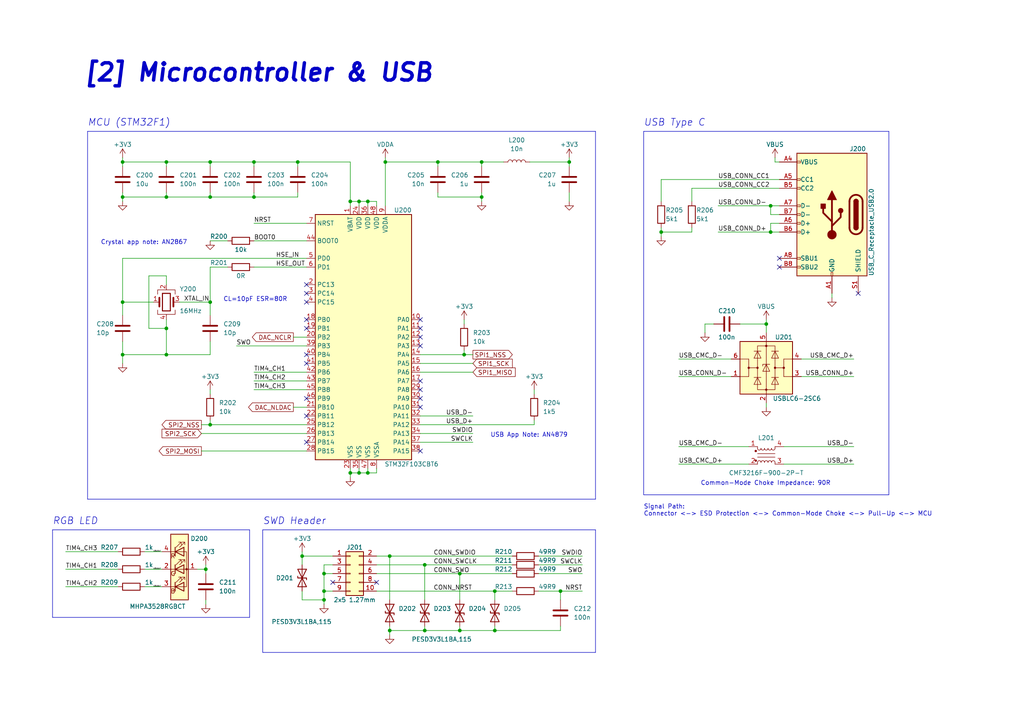
<source format=kicad_sch>
(kicad_sch (version 20250114) (generator "eeschema") (generator_version "9.0")
  (paper "A4")
  (title_block (title "Mixed-Signal Demo PCB") (date "2021-12-24") (rev "0.1"))
  (lib_symbols
    (symbol "Connector:USB_C_Receptacle_USB2.0" (pin_names (offset 1.016))
      (property "Reference" "J" (at -10.16 19.05 0))
      (property "Value" "USB_C_Receptacle_USB2.0" (at 19.05 19.05 0))
      (symbol "USB_C_Receptacle_USB2.0_1_1"
        (pin passive line (at -7.62 -22.86 90) (length 5.08) (name "SHIELD") (number "S1"))
        (pin passive line (at 0 -22.86 90) (length 5.08) (name "GND") (number "A1"))
        (pin passive line (at 0 -22.86 90) (length 5.08) (hide yes) (name "GND") (number "A12"))
        (pin passive line (at 0 -22.86 90) (length 5.08) (hide yes) (name "GND") (number "B1"))
        (pin passive line (at 0 -22.86 90) (length 5.08) (hide yes) (name "GND") (number "B12"))
        (pin passive line (at 15.24 15.24 180) (length 5.08) (name "VBUS") (number "A4"))
        (pin passive line (at 15.24 15.24 180) (length 5.08) (hide yes) (name "VBUS") (number "A9"))
        (pin passive line (at 15.24 15.24 180) (length 5.08) (hide yes) (name "VBUS") (number "B4"))
        (pin passive line (at 15.24 15.24 180) (length 5.08) (hide yes) (name "VBUS") (number "B9"))
        (pin bidirectional line (at 15.24 10.16 180) (length 5.08) (name "CC1") (number "A5"))
        (pin bidirectional line (at 15.24 7.62 180) (length 5.08) (name "CC2") (number "B5"))
        (pin bidirectional line (at 15.24 2.54 180) (length 5.08) (name "D-") (number "A7"))
        (pin bidirectional line (at 15.24 0 180) (length 5.08) (name "D-") (number "B7"))
        (pin bidirectional line (at 15.24 -2.54 180) (length 5.08) (name "D+") (number "A6"))
        (pin bidirectional line (at 15.24 -5.08 180) (length 5.08) (name "D+") (number "B6"))
        (pin bidirectional line (at 15.24 -12.7 180) (length 5.08) (name "SBU1") (number "A8"))
        (pin bidirectional line (at 15.24 -15.24 180) (length 5.08) (name "SBU2") (number "B8"))
      )
    )
    (symbol "Device:C" (pin_numbers (hide yes)) (pin_names (offset 0.254))
      (property "Reference" "C" (at 0.635 2.54 0))
      (property "Value" "C" (at 0.635 -2.54 0))
      (symbol "C_1_1"
        (pin passive line (at 0 3.81 270) (length 2.794) (name "~") (number "1"))
        (pin passive line (at 0 -3.81 90) (length 2.794) (name "~") (number "2"))
      )
    )
    (symbol "Device:Crystal_GND24" (pin_names (offset 1.016) (hide yes))
      (property "Reference" "Y" (at 3.175 5.08 0))
      (property "Value" "Crystal_GND24" (at 3.175 3.175 0))
      (symbol "Crystal_GND24_1_1"
        (pin passive line (at -3.81 0 0) (length 1.27) (name "1") (number "1"))
        (pin passive line (at 0 5.08 270) (length 1.27) (name "2") (number "2"))
        (pin passive line (at 0 -5.08 90) (length 1.27) (name "4") (number "4"))
        (pin passive line (at 3.81 0 180) (length 1.27) (name "3") (number "3"))
      )
    )
    (symbol "Device:D_TVS" (pin_numbers (hide yes)) (pin_names (offset 1.016) (hide yes))
      (property "Reference" "D" (at 0 2.54 0))
      (property "Value" "D_TVS" (at 0 -2.54 0))
      (symbol "D_TVS_1_1"
        (pin passive line (at -3.81 0 0) (length 2.54) (name "A1") (number "1"))
        (pin passive line (at 3.81 0 180) (length 2.54) (name "A2") (number "2"))
      )
    )
    (symbol "Device:EMI_Filter_LL_1423" (pin_names (hide yes))
      (property "Reference" "FL" (at 0 4.445 0))
      (property "Value" "Device_EMI_Filter_LL_1423" (at 0 -4.445 0))
      (symbol "EMI_Filter_LL_1423_1_1"
        (pin passive line (at -5.08 2.54 0) (length 2.54) (name "2") (number "2"))
        (pin passive line (at -5.08 -2.54 0) (length 2.54) (name "1") (number "1"))
        (pin passive line (at 5.08 2.54 180) (length 2.54) (name "3") (number "3"))
        (pin passive line (at 5.08 -2.54 180) (length 2.54) (name "4") (number "4"))
      )
    )
    (symbol "Device:L" (pin_numbers (hide yes)) (pin_names (offset 1.016) (hide yes))
      (property "Reference" "L" (at -1.27 0 90))
      (property "Value" "L" (at 1.905 0 90))
      (symbol "L_1_1"
        (pin passive line (at 0 3.81 270) (length 1.27) (name "1") (number "1"))
        (pin passive line (at 0 -3.81 90) (length 1.27) (name "2") (number "2"))
      )
    )
    (symbol "Device:R" (pin_numbers (hide yes)) (pin_names (offset 0))
      (property "Reference" "R" (at 2.032 0 90))
      (property "Value" "R" (at 0 0 90))
      (symbol "R_1_1"
        (pin passive line (at 0 3.81 270) (length 1.27) (name "~") (number "1"))
        (pin passive line (at 0 -3.81 90) (length 1.27) (name "~") (number "2"))
      )
    )
    (symbol "LED:ASMB-MTB1-0A3A2" (pin_names (offset 0) (hide yes))
      (property "Reference" "D200" (at 5.715 8.89 0))
      (property "Value" "MHPA3528RGBCT" (at -6.35 -10.795 0))
      (symbol "ASMB-MTB1-0A3A2_0_0"
        (text "R" (at -1.905 3.81 0) (effects (font (size 1.27 1.27))))
        (text "G" (at -1.905 -1.27 0) (effects (font (size 1.27 1.27))))
        (text "B" (at -1.905 -6.35 0) (effects (font (size 1.27 1.27))))
      )
      (symbol "ASMB-MTB1-0A3A2_1_1"
        (pin passive line (at -5.08 5.08 0) (length 2.54) (name "RK") (number "4"))
        (pin passive line (at -5.08 0 0) (length 2.54) (name "GK") (number "2"))
        (pin passive line (at -5.08 -5.08 0) (length 2.54) (name "BK") (number "3"))
        (pin passive line (at 5.08 0 180) (length 2.54) (name "A") (number "1"))
      )
    )
    (symbol "MCU_ST_STM32F1:STM32F103CBTx"
      (property "Reference" "U" (at -15.24 36.83 0))
      (property "Value" "STM32F103CBTx" (at 7.62 36.83 0))
      (symbol "STM32F103CBTx_1_1"
        (pin input line (at -17.78 33.02 0) (length 2.54) (name "NRST") (number "7"))
        (pin input line (at -17.78 27.94 0) (length 2.54) (name "BOOT0") (number "44"))
        (pin input line (at -17.78 22.86 0) (length 2.54) (name "PD0") (number "5"))
        (pin input line (at -17.78 20.32 0) (length 2.54) (name "PD1") (number "6"))
        (pin bidirectional line (at -17.78 15.24 0) (length 2.54) (name "PC13") (number "2"))
        (pin bidirectional line (at -17.78 12.7 0) (length 2.54) (name "PC14") (number "3"))
        (pin bidirectional line (at -17.78 10.16 0) (length 2.54) (name "PC15") (number "4"))
        (pin bidirectional line (at -17.78 5.08 0) (length 2.54) (name "PB0") (number "18"))
        (pin bidirectional line (at -17.78 2.54 0) (length 2.54) (name "PB1") (number "19"))
        (pin bidirectional line (at -17.78 0 0) (length 2.54) (name "PB2") (number "20"))
        (pin bidirectional line (at -17.78 -2.54 0) (length 2.54) (name "PB3") (number "39"))
        (pin bidirectional line (at -17.78 -5.08 0) (length 2.54) (name "PB4") (number "40"))
        (pin bidirectional line (at -17.78 -7.62 0) (length 2.54) (name "PB5") (number "41"))
        (pin bidirectional line (at -17.78 -10.16 0) (length 2.54) (name "PB6") (number "42"))
        (pin bidirectional line (at -17.78 -12.7 0) (length 2.54) (name "PB7") (number "43"))
        (pin bidirectional line (at -17.78 -15.24 0) (length 2.54) (name "PB8") (number "45"))
        (pin bidirectional line (at -17.78 -17.78 0) (length 2.54) (name "PB9") (number "46"))
        (pin bidirectional line (at -17.78 -20.32 0) (length 2.54) (name "PB10") (number "21"))
        (pin bidirectional line (at -17.78 -22.86 0) (length 2.54) (name "PB11") (number "22"))
        (pin bidirectional line (at -17.78 -25.4 0) (length 2.54) (name "PB12") (number "25"))
        (pin bidirectional line (at -17.78 -27.94 0) (length 2.54) (name "PB13") (number "26"))
        (pin bidirectional line (at -17.78 -30.48 0) (length 2.54) (name "PB14") (number "27"))
        (pin bidirectional line (at -17.78 -33.02 0) (length 2.54) (name "PB15") (number "28"))
        (pin power_in line (at -5.08 38.1 270) (length 2.54) (name "VBAT") (number "1"))
        (pin power_in line (at -5.08 -38.1 90) (length 2.54) (name "VSS") (number "23"))
        (pin power_in line (at -2.54 38.1 270) (length 2.54) (name "VDD") (number "24"))
        (pin power_in line (at -2.54 -38.1 90) (length 2.54) (name "VSS") (number "35"))
        (pin power_in line (at 0 38.1 270) (length 2.54) (name "VDD") (number "36"))
        (pin power_in line (at 0 -38.1 90) (length 2.54) (name "VSS") (number "47"))
        (pin power_in line (at 2.54 38.1 270) (length 2.54) (name "VDD") (number "48"))
        (pin power_in line (at 2.54 -38.1 90) (length 2.54) (name "VSSA") (number "8"))
        (pin power_in line (at 5.08 38.1 270) (length 2.54) (name "VDDA") (number "9"))
        (pin bidirectional line (at 15.24 5.08 180) (length 2.54) (name "PA0") (number "10"))
        (pin bidirectional line (at 15.24 2.54 180) (length 2.54) (name "PA1") (number "11"))
        (pin bidirectional line (at 15.24 0 180) (length 2.54) (name "PA2") (number "12"))
        (pin bidirectional line (at 15.24 -2.54 180) (length 2.54) (name "PA3") (number "13"))
        (pin bidirectional line (at 15.24 -5.08 180) (length 2.54) (name "PA4") (number "14"))
        (pin bidirectional line (at 15.24 -7.62 180) (length 2.54) (name "PA5") (number "15"))
        (pin bidirectional line (at 15.24 -10.16 180) (length 2.54) (name "PA6") (number "16"))
        (pin bidirectional line (at 15.24 -12.7 180) (length 2.54) (name "PA7") (number "17"))
        (pin bidirectional line (at 15.24 -15.24 180) (length 2.54) (name "PA8") (number "29"))
        (pin bidirectional line (at 15.24 -17.78 180) (length 2.54) (name "PA9") (number "30"))
        (pin bidirectional line (at 15.24 -20.32 180) (length 2.54) (name "PA10") (number "31"))
        (pin bidirectional line (at 15.24 -22.86 180) (length 2.54) (name "PA11") (number "32"))
        (pin bidirectional line (at 15.24 -25.4 180) (length 2.54) (name "PA12") (number "33"))
        (pin bidirectional line (at 15.24 -27.94 180) (length 2.54) (name "PA13") (number "34"))
        (pin bidirectional line (at 15.24 -30.48 180) (length 2.54) (name "PA14") (number "37"))
        (pin bidirectional line (at 15.24 -33.02 180) (length 2.54) (name "PA15") (number "38"))
      )
    )
    (symbol "Power_Protection:USBLC6-2SC6" (pin_names (hide yes))
      (property "Reference" "U" (at 2.54 8.89 0))
      (property "Value" "USBLC6-2SC6" (at 2.54 -8.89 0))
      (symbol "USBLC6-2SC6_1_1"
        (pin passive line (at -10.16 2.54 0) (length 2.54) (name "I/O1") (number "6"))
        (pin passive line (at -10.16 -2.54 0) (length 2.54) (name "I/O1") (number "1"))
        (pin passive line (at 0 10.16 270) (length 2.54) (name "VBUS") (number "5"))
        (pin passive line (at 0 -10.16 90) (length 2.54) (name "GND") (number "2"))
        (pin passive line (at 10.16 2.54 180) (length 2.54) (name "I/O2") (number "4"))
        (pin passive line (at 10.16 -2.54 180) (length 2.54) (name "I/O2") (number "3"))
      )
    )
    (symbol "SWD_Header_Pins.pretty:SWD_02x05_PinHeader" (pin_names (offset 1.016) (hide yes))
      (property "Reference" "J201" (at 1.27 7.62 0))
      (property "Value" "SWD_02x05_PinHeader" (at 1.27 -7.62 0))
      (symbol "SWD_02x05_PinHeader_1_1"
        (pin passive line (at -5.08 5.08 0) (length 3.81) (name "Vcc") (number "1"))
        (pin passive line (at -5.08 2.54 0) (length 3.81) (name "GND") (number "3"))
        (pin passive line (at -5.08 0 0) (length 3.81) (name "GND") (number "5"))
        (pin passive line (at -5.08 -2.54 0) (length 3.81) (name "KEY") (number "7"))
        (pin passive line (at -5.08 -5.08 0) (length 3.81) (name "GNDDetect") (number "9"))
        (pin passive line (at 7.62 5.08 180) (length 3.81) (name "SWDIO") (number "2"))
        (pin passive line (at 7.62 2.54 180) (length 3.81) (name "SWDCLK") (number "4"))
        (pin passive line (at 7.62 0 180) (length 3.81) (name "SWO") (number "6"))
        (pin passive line (at 7.62 -2.54 180) (length 3.81) (name "NC") (number "8"))
        (pin passive line (at 7.62 -5.08 180) (length 3.81) (name "NRST") (number "10"))
      )
    )
    (symbol "power:+3V3" (power) (pin_names (offset 0))
      (property "Value" "+3V3" (at 0 3.556 0))
      (symbol "+3V3_1_1"
        (pin power_in line (at 0 0 90) (length 0) (hide yes) (name "+3V3") (number "1"))
      )
    )
    (symbol "power:GND" (power) (pin_names (offset 0))
      (property "Value" "GND" (at 0 -3.81 0))
      (symbol "GND_1_1"
        (pin power_in line (at 0 0 270) (length 0) (hide yes) (name "GND") (number "1"))
      )
    )
    (symbol "power:VBUS" (power) (pin_names (offset 0))
      (property "Value" "VBUS" (at 0 3.81 0))
      (symbol "VBUS_1_1"
        (pin power_in line (at 0 0 90) (length 0) (hide yes) (name "VBUS") (number "1"))
      )
    )
    (symbol "power:VDDA" (power) (pin_names (offset 0))
      (property "Value" "VDDA" (at 0 3.81 0))
      (symbol "VDDA_1_1"
        (pin power_in line (at 0 0 90) (length 0) (hide yes) (name "VDDA") (number "1"))
      )
    )
  )
  (text "Signal Path:\nConnector <-> ESD Protection <-> Common-Mode Choke <-> Pull-Up <-> MCU\n" (at 186.69 149.86 0) (effects (font (size 1.27 1.27)) (justify left bottom)))
  (text "RGB LED" (at 15.24 152.4 0) (effects (font (size 2.0066 2.0066) (italic yes)) (justify left bottom)))
  (text "Crystal app note: AN2867" (at 29.21 71.12 0) (effects (font (size 1.27 1.27)) (justify left bottom)))
  (text "SWD Header" (at 76.2 152.4 0) (effects (font (size 2.0066 2.0066) (italic yes)) (justify left bottom)))
  (text "USB App Note: AN4879" (at 142.24 127 0) (effects (font (size 1.27 1.27)) (justify left bottom)))
  (text "Common-Mode Choke Impedance: 90R" (at 203.2 140.97 0) (effects (font (size 1.27 1.27)) (justify left bottom)))
  (text "[2] Microcontroller & USB" (at 24.13 24.13 0) (effects (font (size 5.0038 5.0038) (thickness 1.0008) (bold yes) (italic yes)) (justify left bottom)))
  (text "CL=10pF ESR=80R" (at 64.77 87.63 0) (effects (font (size 1.27 1.27)) (justify left bottom)))
  (text "MCU (STM32F1)" (at 25.4 36.83 0) (effects (font (size 2.0066 2.0066) (italic yes)) (justify left bottom)))
  (text "USB Type C" (at 186.69 36.83 0) (effects (font (size 2.0066 2.0066) (italic yes)) (justify left bottom)))
  (junction (at 48.26 46.99))
  (junction (at 48.26 57.15))
  (junction (at 139.7 46.99))
  (junction (at 139.7 57.15))
  (junction (at 35.56 102.87))
  (junction (at 165.1 46.99))
  (junction (at 133.35 166.37))
  (junction (at 143.51 182.88))
  (junction (at 191.77 67.31))
  (junction (at 123.19 182.88))
  (junction (at 143.51 171.45))
  (junction (at 223.52 67.31))
  (junction (at 93.98 171.45))
  (junction (at 59.69 165.1))
  (junction (at 35.56 87.63))
  (junction (at 48.26 95.25))
  (junction (at 101.6 58.42))
  (junction (at 87.63 161.29))
  (junction (at 104.14 58.42))
  (junction (at 86.36 46.99))
  (junction (at 60.96 87.63))
  (junction (at 60.96 46.99))
  (junction (at 35.56 46.99))
  (junction (at 222.25 93.98))
  (junction (at 35.56 57.15))
  (junction (at 127 46.99))
  (junction (at 123.19 163.83))
  (junction (at 48.26 102.87))
  (junction (at 73.66 46.99))
  (junction (at 223.52 59.69))
  (junction (at 73.66 57.15))
  (junction (at 113.03 182.88))
  (junction (at 111.76 46.99))
  (junction (at 104.14 137.16))
  (junction (at 133.35 182.88))
  (junction (at 60.96 123.19))
  (junction (at 101.6 137.16))
  (junction (at 162.56 171.45))
  (junction (at 106.68 137.16))
  (junction (at 134.62 102.87))
  (junction (at 113.03 161.29))
  (junction (at 106.68 58.42))
  (junction (at 93.98 173.99))
  (junction (at 60.96 57.15))
  (junction (at 93.98 166.37))
  (no_connect (at 88.9 95.25))
  (no_connect (at 88.9 92.71))
  (no_connect (at 109.22 168.91))
  (no_connect (at 248.92 85.09))
  (no_connect (at 121.92 115.57))
  (no_connect (at 88.9 82.55))
  (no_connect (at 121.92 118.11))
  (no_connect (at 121.92 97.79))
  (no_connect (at 121.92 130.81))
  (no_connect (at 121.92 113.03))
  (no_connect (at 88.9 120.65))
  (no_connect (at 121.92 92.71))
  (no_connect (at 226.06 77.47))
  (no_connect (at 88.9 102.87))
  (no_connect (at 121.92 100.33))
  (no_connect (at 88.9 105.41))
  (no_connect (at 121.92 110.49))
  (no_connect (at 121.92 95.25))
  (no_connect (at 88.9 128.27))
  (no_connect (at 88.9 85.09))
  (no_connect (at 96.52 168.91))
  (no_connect (at 88.9 87.63))
  (no_connect (at 88.9 115.57))
  (no_connect (at 226.06 74.93))
  (wire (pts (xy 222.25 93.98) (xy 222.25 92.71)))
  (polyline (pts (xy 72.39 153.67) (xy 72.39 179.07)))
  (wire (pts (xy 86.36 57.15) (xy 86.36 55.88)))
  (wire (pts (xy 35.56 74.93) (xy 88.9 74.93)))
  (wire (pts (xy 93.98 173.99) (xy 87.63 173.99)))
  (wire (pts (xy 208.28 59.69) (xy 223.52 59.69)))
  (wire (pts (xy 222.25 118.11) (xy 222.25 116.84)))
  (wire (pts (xy 73.66 57.15) (xy 86.36 57.15)))
  (wire (pts (xy 162.56 181.61) (xy 162.56 182.88)))
  (wire (pts (xy 247.65 109.22) (xy 232.41 109.22)))
  (wire (pts (xy 59.69 165.1) (xy 59.69 166.37)))
  (wire (pts (xy 191.77 68.58) (xy 191.77 67.31)))
  (wire (pts (xy 127 46.99) (xy 111.76 46.99)))
  (wire (pts (xy 104.14 58.42) (xy 106.68 58.42)))
  (wire (pts (xy 204.47 93.98) (xy 207.01 93.98)))
  (wire (pts (xy 143.51 182.88) (xy 143.51 181.61)))
  (wire (pts (xy 59.69 175.26) (xy 59.69 173.99)))
  (wire (pts (xy 139.7 48.26) (xy 139.7 46.99)))
  (wire (pts (xy 48.26 46.99) (xy 35.56 46.99)))
  (wire (pts (xy 133.35 182.88) (xy 143.51 182.88)))
  (wire (pts (xy 224.79 45.72) (xy 224.79 46.99)))
  (wire (pts (xy 60.96 48.26) (xy 60.96 46.99)))
  (wire (pts (xy 48.26 95.25) (xy 48.26 102.87)))
  (wire (pts (xy 191.77 52.07) (xy 226.06 52.07)))
  (wire (pts (xy 73.66 55.88) (xy 73.66 57.15)))
  (wire (pts (xy 200.66 67.31) (xy 200.66 66.04)))
  (wire (pts (xy 162.56 171.45) (xy 168.91 171.45)))
  (wire (pts (xy 87.63 160.02) (xy 87.63 161.29)))
  (wire (pts (xy 43.18 80.01) (xy 43.18 95.25)))
  (wire (pts (xy 139.7 55.88) (xy 139.7 57.15)))
  (wire (pts (xy 191.77 67.31) (xy 191.77 66.04)))
  (polyline (pts (xy 186.69 38.1) (xy 186.69 143.51)))
  (wire (pts (xy 123.19 173.99) (xy 123.19 163.83)))
  (wire (pts (xy 196.85 109.22) (xy 212.09 109.22)))
  (wire (pts (xy 48.26 80.01) (xy 43.18 80.01)))
  (wire (pts (xy 96.52 171.45) (xy 93.98 171.45)))
  (polyline (pts (xy 172.72 153.67) (xy 76.2 153.67)))
  (wire (pts (xy 196.85 134.62) (xy 217.17 134.62)))
  (wire (pts (xy 156.21 163.83) (xy 168.91 163.83)))
  (wire (pts (xy 48.26 57.15) (xy 60.96 57.15)))
  (polyline (pts (xy 186.69 143.51) (xy 257.81 143.51)))
  (wire (pts (xy 34.29 170.18) (xy 19.05 170.18)))
  (wire (pts (xy 113.03 173.99) (xy 113.03 161.29)))
  (wire (pts (xy 223.52 67.31) (xy 208.28 67.31)))
  (wire (pts (xy 35.56 102.87) (xy 35.56 99.06)))
  (wire (pts (xy 60.96 121.92) (xy 60.96 123.19)))
  (wire (pts (xy 60.96 102.87) (xy 60.96 99.06)))
  (wire (pts (xy 165.1 45.72) (xy 165.1 46.99)))
  (wire (pts (xy 113.03 184.15) (xy 113.03 182.88)))
  (wire (pts (xy 137.16 125.73) (xy 121.92 125.73)))
  (polyline (pts (xy 172.72 189.23) (xy 172.72 153.67)))
  (wire (pts (xy 60.96 57.15) (xy 73.66 57.15)))
  (wire (pts (xy 121.92 107.95) (xy 137.16 107.95)))
  (wire (pts (xy 196.85 104.14) (xy 212.09 104.14)))
  (wire (pts (xy 162.56 173.99) (xy 162.56 171.45)))
  (polyline (pts (xy 76.2 153.67) (xy 76.2 189.23)))
  (wire (pts (xy 214.63 93.98) (xy 222.25 93.98)))
  (wire (pts (xy 35.56 46.99) (xy 35.56 48.26)))
  (wire (pts (xy 41.91 165.1) (xy 46.99 165.1)))
  (wire (pts (xy 154.94 123.19) (xy 154.94 121.92)))
  (wire (pts (xy 247.65 134.62) (xy 227.33 134.62)))
  (wire (pts (xy 34.29 160.02) (xy 19.05 160.02)))
  (wire (pts (xy 109.22 161.29) (xy 113.03 161.29)))
  (polyline (pts (xy 186.69 38.1) (xy 257.81 38.1)))
  (wire (pts (xy 247.65 104.14) (xy 232.41 104.14)))
  (wire (pts (xy 19.05 165.1) (xy 34.29 165.1)))
  (wire (pts (xy 121.92 120.65) (xy 137.16 120.65)))
  (wire (pts (xy 73.66 110.49) (xy 88.9 110.49)))
  (wire (pts (xy 58.42 130.81) (xy 88.9 130.81)))
  (wire (pts (xy 109.22 163.83) (xy 123.19 163.83)))
  (wire (pts (xy 223.52 59.69) (xy 226.06 59.69)))
  (wire (pts (xy 154.94 123.19) (xy 121.92 123.19)))
  (wire (pts (xy 48.26 92.71) (xy 48.26 95.25)))
  (wire (pts (xy 109.22 166.37) (xy 133.35 166.37)))
  (polyline (pts (xy 172.72 38.1) (xy 172.72 144.78)))
  (polyline (pts (xy 15.24 153.67) (xy 72.39 153.67)))
  (wire (pts (xy 247.65 129.54) (xy 227.33 129.54)))
  (wire (pts (xy 86.36 48.26) (xy 86.36 46.99)))
  (wire (pts (xy 113.03 161.29) (xy 148.59 161.29)))
  (wire (pts (xy 123.19 181.61) (xy 123.19 182.88)))
  (wire (pts (xy 165.1 55.88) (xy 165.1 58.42)))
  (wire (pts (xy 143.51 173.99) (xy 143.51 171.45)))
  (wire (pts (xy 43.18 95.25) (xy 48.26 95.25)))
  (wire (pts (xy 226.06 64.77) (xy 223.52 64.77)))
  (wire (pts (xy 133.35 181.61) (xy 133.35 182.88)))
  (wire (pts (xy 35.56 58.42) (xy 35.56 57.15)))
  (polyline (pts (xy 25.4 144.78) (xy 172.72 144.78)))
  (polyline (pts (xy 257.81 38.1) (xy 257.81 143.51)))
  (wire (pts (xy 168.91 161.29) (xy 156.21 161.29)))
  (wire (pts (xy 60.96 46.99) (xy 48.26 46.99)))
  (wire (pts (xy 60.96 123.19) (xy 88.9 123.19)))
  (wire (pts (xy 154.94 113.03) (xy 154.94 114.3)))
  (wire (pts (xy 35.56 102.87) (xy 48.26 102.87)))
  (wire (pts (xy 101.6 58.42) (xy 104.14 58.42)))
  (wire (pts (xy 123.19 182.88) (xy 133.35 182.88)))
  (wire (pts (xy 86.36 46.99) (xy 73.66 46.99)))
  (wire (pts (xy 224.79 46.99) (xy 226.06 46.99)))
  (wire (pts (xy 200.66 58.42) (xy 200.66 54.61)))
  (wire (pts (xy 58.42 123.19) (xy 60.96 123.19)))
  (wire (pts (xy 35.56 105.41) (xy 35.56 102.87)))
  (wire (pts (xy 127 48.26) (xy 127 46.99)))
  (wire (pts (xy 35.56 87.63) (xy 44.45 87.63)))
  (wire (pts (xy 41.91 170.18) (xy 46.99 170.18)))
  (wire (pts (xy 146.05 46.99) (xy 139.7 46.99)))
  (wire (pts (xy 127 46.99) (xy 139.7 46.99)))
  (wire (pts (xy 106.68 58.42) (xy 109.22 58.42)))
  (wire (pts (xy 204.47 96.52) (xy 204.47 93.98)))
  (wire (pts (xy 134.62 101.6) (xy 134.62 102.87)))
  (wire (pts (xy 104.14 59.69) (xy 104.14 58.42)))
  (wire (pts (xy 35.56 46.99) (xy 35.56 45.72)))
  (wire (pts (xy 153.67 46.99) (xy 165.1 46.99)))
  (wire (pts (xy 101.6 46.99) (xy 101.6 58.42)))
  (wire (pts (xy 241.3 86.36) (xy 241.3 85.09)))
  (wire (pts (xy 223.52 62.23) (xy 223.52 59.69)))
  (wire (pts (xy 133.35 166.37) (xy 148.59 166.37)))
  (wire (pts (xy 93.98 166.37) (xy 93.98 163.83)))
  (wire (pts (xy 123.19 163.83) (xy 148.59 163.83)))
  (wire (pts (xy 48.26 55.88) (xy 48.26 57.15)))
  (wire (pts (xy 60.96 91.44) (xy 60.96 87.63)))
  (wire (pts (xy 48.26 102.87) (xy 60.96 102.87)))
  (wire (pts (xy 104.14 137.16) (xy 106.68 137.16)))
  (wire (pts (xy 101.6 138.43) (xy 101.6 137.16)))
  (wire (pts (xy 88.9 113.03) (xy 73.66 113.03)))
  (polyline (pts (xy 15.24 179.07) (xy 15.24 153.67)))
  (wire (pts (xy 223.52 67.31) (xy 226.06 67.31)))
  (polyline (pts (xy 25.4 38.1) (xy 172.72 38.1)))
  (wire (pts (xy 127 57.15) (xy 127 55.88)))
  (wire (pts (xy 35.56 57.15) (xy 48.26 57.15)))
  (wire (pts (xy 101.6 137.16) (xy 101.6 135.89)))
  (wire (pts (xy 191.77 58.42) (xy 191.77 52.07)))
  (wire (pts (xy 85.09 97.79) (xy 88.9 97.79)))
  (wire (pts (xy 109.22 137.16) (xy 109.22 135.89)))
  (wire (pts (xy 85.09 118.11) (xy 88.9 118.11)))
  (wire (pts (xy 156.21 171.45) (xy 162.56 171.45)))
  (wire (pts (xy 109.22 171.45) (xy 143.51 171.45)))
  (wire (pts (xy 226.06 62.23) (xy 223.52 62.23)))
  (wire (pts (xy 41.91 160.02) (xy 46.99 160.02)))
  (wire (pts (xy 60.96 87.63) (xy 52.07 87.63)))
  (wire (pts (xy 106.68 137.16) (xy 109.22 137.16)))
  (wire (pts (xy 73.66 48.26) (xy 73.66 46.99)))
  (polyline (pts (xy 25.4 38.1) (xy 25.4 144.78)))
  (wire (pts (xy 57.15 165.1) (xy 59.69 165.1)))
  (wire (pts (xy 104.14 135.89) (xy 104.14 137.16)))
  (wire (pts (xy 73.66 64.77) (xy 88.9 64.77)))
  (wire (pts (xy 101.6 137.16) (xy 104.14 137.16)))
  (wire (pts (xy 106.68 59.69) (xy 106.68 58.42)))
  (polyline (pts (xy 15.24 179.07) (xy 72.39 179.07)))
  (wire (pts (xy 87.63 173.99) (xy 87.63 171.45)))
  (wire (pts (xy 121.92 102.87) (xy 134.62 102.87)))
  (wire (pts (xy 66.04 77.47) (xy 60.96 77.47)))
  (wire (pts (xy 48.26 82.55) (xy 48.26 80.01)))
  (wire (pts (xy 137.16 128.27) (xy 121.92 128.27)))
  (wire (pts (xy 133.35 173.99) (xy 133.35 166.37)))
  (wire (pts (xy 93.98 173.99) (xy 93.98 175.26)))
  (wire (pts (xy 113.03 182.88) (xy 123.19 182.88)))
  (wire (pts (xy 191.77 67.31) (xy 200.66 67.31)))
  (wire (pts (xy 35.56 74.93) (xy 35.56 87.63)))
  (wire (pts (xy 73.66 77.47) (xy 88.9 77.47)))
  (wire (pts (xy 165.1 46.99) (xy 165.1 48.26)))
  (wire (pts (xy 93.98 171.45) (xy 93.98 173.99)))
  (wire (pts (xy 143.51 182.88) (xy 162.56 182.88)))
  (wire (pts (xy 96.52 161.29) (xy 87.63 161.29)))
  (wire (pts (xy 60.96 113.03) (xy 60.96 114.3)))
  (wire (pts (xy 109.22 59.69) (xy 109.22 58.42)))
  (wire (pts (xy 113.03 182.88) (xy 113.03 181.61)))
  (wire (pts (xy 87.63 161.29) (xy 87.63 163.83)))
  (wire (pts (xy 222.25 93.98) (xy 222.25 96.52)))
  (wire (pts (xy 58.42 125.73) (xy 88.9 125.73)))
  (wire (pts (xy 59.69 165.1) (xy 59.69 163.83)))
  (wire (pts (xy 200.66 54.61) (xy 226.06 54.61)))
  (wire (pts (xy 121.92 105.41) (xy 137.16 105.41)))
  (wire (pts (xy 60.96 77.47) (xy 60.96 87.63)))
  (wire (pts (xy 68.58 100.33) (xy 88.9 100.33)))
  (wire (pts (xy 48.26 48.26) (xy 48.26 46.99)))
  (wire (pts (xy 101.6 58.42) (xy 101.6 59.69)))
  (wire (pts (xy 106.68 135.89) (xy 106.68 137.16)))
  (wire (pts (xy 60.96 69.85) (xy 66.04 69.85)))
  (wire (pts (xy 35.56 91.44) (xy 35.56 87.63)))
  (wire (pts (xy 96.52 166.37) (xy 93.98 166.37)))
  (wire (pts (xy 73.66 69.85) (xy 88.9 69.85)))
  (wire (pts (xy 60.96 55.88) (xy 60.96 57.15)))
  (wire (pts (xy 111.76 45.72) (xy 111.76 46.99)))
  (wire (pts (xy 86.36 46.99) (xy 101.6 46.99)))
  (wire (pts (xy 223.52 64.77) (xy 223.52 67.31)))
  (wire (pts (xy 111.76 46.99) (xy 111.76 59.69)))
  (wire (pts (xy 168.91 166.37) (xy 156.21 166.37)))
  (wire (pts (xy 88.9 107.95) (xy 73.66 107.95)))
  (wire (pts (xy 93.98 171.45) (xy 93.98 166.37)))
  (wire (pts (xy 143.51 171.45) (xy 148.59 171.45)))
  (wire (pts (xy 35.56 57.15) (xy 35.56 55.88)))
  (wire (pts (xy 139.7 58.42) (xy 139.7 57.15)))
  (wire (pts (xy 73.66 46.99) (xy 60.96 46.99)))
  (wire (pts (xy 196.85 129.54) (xy 217.17 129.54)))
  (wire (pts (xy 134.62 92.71) (xy 134.62 93.98)))
  (wire (pts (xy 134.62 102.87) (xy 137.16 102.87)))
  (polyline (pts (xy 76.2 189.23) (xy 172.72 189.23)))
  (wire (pts (xy 93.98 163.83) (xy 96.52 163.83)))
  (wire (pts (xy 139.7 57.15) (xy 127 57.15)))
  (label "USB_CONN_CC1" (at 208.28 52.07 0))
  (label "TIM4_CH2" (at 19.05 170.18 0))
  (label "HSE_IN" (at 80.01 74.93 0))
  (label "USB_D-" (at 247.65 129.54 180))
  (label "SWDIO" (at 137.16 125.73 180))
  (label "USB_CONN_D-" (at 196.85 109.22 0))
  (label "SWCLK" (at 137.16 128.27 180))
  (label "BOOT0" (at 73.66 69.85 0))
  (label "USB_D+" (at 137.16 123.19 180))
  (label "USB_CONN_CC2" (at 208.28 54.61 0))
  (label "USB_CMC_D-" (at 196.85 104.14 0))
  (label "SWCLK" (at 168.91 163.83 180))
  (label "TIM4_CH2" (at 73.66 110.49 0))
  (label "USB_D-" (at 137.16 120.65 180))
  (label "TIM4_CH1" (at 73.66 107.95 0))
  (label "USB_CONN_D+" (at 208.28 67.31 0))
  (label "TIM4_CH3" (at 19.05 160.02 0))
  (label "TIM4_CH1" (at 19.05 165.1 0))
  (label "CONN_NRST" (at 125.73 171.45 0))
  (label "XTAL_IN" (at 53.34 87.63 0))
  (label "USB_CMC_D-" (at 196.85 129.54 0))
  (label "USB_CONN_D-" (at 208.28 59.69 0))
  (label "HSE_OUT" (at 80.01 77.47 0))
  (label "SWDIO" (at 168.91 161.29 180))
  (label "USB_D+" (at 247.65 134.62 180))
  (label "SWO" (at 68.58 100.33 0))
  (label "CONN_SWCLK" (at 125.73 163.83 0))
  (label "NRST" (at 73.66 64.77 0))
  (label "USB_CMC_D+" (at 247.65 104.14 180))
  (label "LED_B_K" (at 44.45 170.18 0) (effects (font (size 0.3302 0.3302))))
  (label "USB_CONN_D+" (at 247.65 109.22 180))
  (label "TIM4_CH3" (at 73.66 113.03 0))
  (label "USB_CMC_D+" (at 196.85 134.62 0))
  (label "SWO" (at 168.91 166.37 180))
  (label "LED_R_K" (at 44.45 160.02 0) (effects (font (size 0.3302 0.3302))))
  (label "CONN_SWO" (at 125.73 166.37 0))
  (label "LED_G_K" (at 44.45 165.1 0) (effects (font (size 0.3302 0.3302))))
  (label "NRST" (at 168.91 171.45 180))
  (label "CONN_SWDIO" (at 125.73 161.29 0))
  (global_label "SPI1_NSS" (shape output) (at 137.16 102.87 0) (property "Intersheetrefs" "${INTERSHEET_REFS}" (effects (hide yes))))
  (global_label "SPI2_NSS" (shape output) (at 58.42 123.19 180) (property "Intersheetrefs" "${INTERSHEET_REFS}" (effects (hide yes))))
  (global_label "SPI1_MISO" (shape input) (at 137.16 107.95 0) (property "Intersheetrefs" "${INTERSHEET_REFS}" (effects (hide yes))))
  (global_label "DAC_NCLR" (shape output) (at 85.09 97.79 180) (property "Intersheetrefs" "${INTERSHEET_REFS}" (effects (hide yes))))
  (global_label "SPI1_SCK" (shape input) (at 137.16 105.41 0) (property "Intersheetrefs" "${INTERSHEET_REFS}" (effects (hide yes))))
  (global_label "SPI2_MOSI" (shape output) (at 58.42 130.81 180) (property "Intersheetrefs" "${INTERSHEET_REFS}" (effects (hide yes))))
  (global_label "DAC_NLDAC" (shape output) (at 85.09 118.11 180) (property "Intersheetrefs" "${INTERSHEET_REFS}" (effects (hide yes))))
  (global_label "SPI2_SCK" (shape input) (at 58.42 125.73 180) (property "Intersheetrefs" "${INTERSHEET_REFS}" (effects (hide yes))))
  (symbol (lib_id "power:+3V3") (at 35.56 45.72 0) (unit 1)
    (property "Reference" "#PWR017" (effects (hide yes)))
    (property "Value" "+3V3" (at 35.56 41.91 0))
  )
  (symbol (lib_id "Device:Crystal_GND24") (at 48.26 87.63 0) (unit 1)
    (property "Reference" "Y200" (at 52.07 83.82 0) (effects (justify left)))
    (property "Value" "16MHz" (at 52.07 90.17 0) (effects (justify left)))
    (property "Footprint" "Crystal:Crystal_SMD_3225-4Pin_3.2x2.5mm" (effects (hide yes)))
    (property "Manufacturer" "TXC Corp" (effects (hide yes)))
    (property "Manufacturer Part Number" "7M16000017" (effects (hide yes)))
  )
  (symbol (lib_id "Device:R") (at 69.85 77.47 270) (unit 1)
    (property "Reference" "R201" (at 63.5 76.2 90))
    (property "Value" "0R" (at 69.85 80.01 90))
    (property "Footprint" "Resistor_SMD:R_0402_1005Metric" (effects (hide yes)))
    (property "Manufacturer" "UNI-ROYAL(Uniroyal Elec)" (effects (hide yes)))
    (property "Manufacturer Part Number" "0402WGF0000TCE" (effects (hide yes)))
  )
  (symbol (lib_id "Device:C") (at 60.96 95.25 0) (unit 1)
    (property "Reference" "C209" (at 64.77 93.98 0) (effects (justify left)))
    (property "Value" "10p" (at 64.77 96.52 0) (effects (justify left)))
    (property "Footprint" "Capacitor_SMD:C_0402_1005Metric" (effects (hide yes)))
    (property "Manufacturer" "Samsung Electro-Mechanics" (effects (hide yes)))
    (property "Manufacturer Part Number" "CL05C100JB5NNNC" (effects (hide yes)))
  )
  (symbol (lib_id "Device:C") (at 35.56 95.25 0) (unit 1)
    (property "Reference" "C208" (at 27.94 93.98 0) (effects (justify left)))
    (property "Value" "10p" (at 27.94 96.52 0) (effects (justify left)))
    (property "Footprint" "Capacitor_SMD:C_0402_1005Metric" (effects (hide yes)))
    (property "Manufacturer" "Samsung Electro-Mechanics" (effects (hide yes)))
    (property "Manufacturer Part Number" "CL05C100JB5NNNC" (effects (hide yes)))
  )
  (symbol (lib_id "power:GND") (at 35.56 105.41 0) (unit 1)
    (property "Reference" "#PWR030" (effects (hide yes)))
    (property "Value" "GND" (effects (hide yes)))
  )
  (symbol (lib_id "Device:C") (at 86.36 52.07 0) (unit 1)
    (property "Reference" "C204" (at 90.17 50.8 0) (effects (justify left)))
    (property "Value" "100n" (at 90.17 53.34 0) (effects (justify left)))
    (property "Footprint" "Capacitor_SMD:C_0402_1005Metric" (effects (hide yes)))
    (property "Manufacturer" "Samsung Electro-Mechanics" (effects (hide yes)))
    (property "Manufacturer Part Number" "CL05B104KO5NNNC" (effects (hide yes)))
  )
  (symbol (lib_id "power:GND") (at 35.56 58.42 0) (unit 1)
    (property "Reference" "#PWR021" (effects (hide yes)))
    (property "Value" "GND" (effects (hide yes)))
  )
  (symbol (lib_id "MCU_ST_STM32F1:STM32F103CBTx") (at 106.68 97.79 0) (unit 1)
    (property "Reference" "U200" (at 116.84 60.96 0))
    (property "Value" "STM32F103CBT6" (at 119.38 134.62 0))
    (property "Footprint" "Package_QFP:LQFP-48_7x7mm_P0.5mm" (effects (hide yes)))
    (property "Datasheet" "http://www.st.com/st-web-ui/static/active/en/resource/technical/document/datasheet/CD00161566.pdf" (effects (hide yes)))
    (property "Manufacturer" "STMicroelectronics" (effects (hide yes)))
    (property "Manufacturer Part Number" "STM32F103CBT6" (effects (hide yes)))
  )
  (symbol (lib_id "Device:C") (at 73.66 52.07 0) (unit 1)
    (property "Reference" "C203" (at 77.47 50.8 0) (effects (justify left)))
    (property "Value" "100n" (at 77.47 53.34 0) (effects (justify left)))
    (property "Footprint" "Capacitor_SMD:C_0402_1005Metric" (effects (hide yes)))
    (property "Manufacturer" "Samsung Electro-Mechanics" (effects (hide yes)))
    (property "Manufacturer Part Number" "CL05B104KO5NNNC" (effects (hide yes)))
  )
  (symbol (lib_id "Device:C") (at 60.96 52.07 0) (unit 1)
    (property "Reference" "C202" (at 64.77 50.8 0) (effects (justify left)))
    (property "Value" "100n" (at 64.77 53.34 0) (effects (justify left)))
    (property "Footprint" "Capacitor_SMD:C_0402_1005Metric" (effects (hide yes)))
    (property "Manufacturer" "Samsung Electro-Mechanics" (effects (hide yes)))
    (property "Manufacturer Part Number" "CL05B104KO5NNNC" (effects (hide yes)))
  )
  (symbol (lib_id "Device:C") (at 48.26 52.07 0) (unit 1)
    (property "Reference" "C201" (at 52.07 50.8 0) (effects (justify left)))
    (property "Value" "100n" (at 52.07 53.34 0) (effects (justify left)))
    (property "Footprint" "Capacitor_SMD:C_0402_1005Metric" (effects (hide yes)))
    (property "Manufacturer" "Samsung Electro-Mechanics" (effects (hide yes)))
    (property "Manufacturer Part Number" "CL05B104KO5NNNC" (effects (hide yes)))
  )
  (symbol (lib_id "Device:C") (at 35.56 52.07 0) (unit 1)
    (property "Reference" "C200" (at 39.37 50.8 0) (effects (justify left)))
    (property "Value" "10u" (at 39.37 53.34 0) (effects (justify left)))
    (property "Footprint" "Capacitor_SMD:C_0603_1608Metric" (effects (hide yes)))
    (property "Manufacturer" "Samsung Electro-Mechanics" (effects (hide yes)))
    (property "Manufacturer Part Number" "CL10A106MA8NRNC" (effects (hide yes)))
  )
  (symbol (lib_id "power:GND") (at 101.6 138.43 0) (unit 1)
    (property "Reference" "#PWR034" (effects (hide yes)))
    (property "Value" "GND" (effects (hide yes)))
  )
  (symbol (lib_id "Device:R") (at 134.62 97.79 0) (unit 1)
    (property "Reference" "R203" (at 137.16 96.52 0) (effects (justify left)))
    (property "Value" "10k" (at 137.16 99.06 0) (effects (justify left)))
    (property "Footprint" "Resistor_SMD:R_0402_1005Metric" (effects (hide yes)))
    (property "Manufacturer" "UNI-ROYAL(Uniroyal Elec)" (effects (hide yes)))
    (property "Manufacturer Part Number" "0402WGF1002TCE" (effects (hide yes)))
  )
  (symbol (lib_id "power:+3V3") (at 134.62 92.71 0) (unit 1)
    (property "Reference" "#PWR027" (effects (hide yes)))
    (property "Value" "+3V3" (at 134.62 88.9 0))
  )
  (symbol (lib_id "Device:R") (at 60.96 118.11 0) (unit 1)
    (property "Reference" "R202" (at 63.5 116.84 0) (effects (justify left)))
    (property "Value" "10k" (at 63.5 119.38 0) (effects (justify left)))
    (property "Footprint" "Resistor_SMD:R_0402_1005Metric" (effects (hide yes)))
    (property "Manufacturer" "UNI-ROYAL(Uniroyal Elec)" (effects (hide yes)))
    (property "Manufacturer Part Number" "0402WGF1002TCE" (effects (hide yes)))
  )
  (symbol (lib_id "power:+3V3") (at 60.96 113.03 0) (unit 1)
    (property "Reference" "#PWR031" (effects (hide yes)))
    (property "Value" "+3V3" (at 60.96 109.22 0))
  )
  (symbol (lib_id "power:+3V3") (at 165.1 45.72 0) (mirror y) (unit 1)
    (property "Reference" "#PWR019" (effects (hide yes)))
    (property "Value" "+3V3" (at 165.1 41.91 0))
  )
  (symbol (lib_id "power:GND") (at 165.1 58.42 0) (mirror y) (unit 1)
    (property "Reference" "#PWR023" (effects (hide yes)))
    (property "Value" "GND" (effects (hide yes)))
  )
  (symbol (lib_id "Device:C") (at 127 52.07 0) (mirror y) (unit 1)
    (property "Reference" "C205" (at 123.19 50.8 0) (effects (justify left)))
    (property "Value" "10n" (at 123.19 53.34 0) (effects (justify left)))
    (property "Footprint" "Capacitor_SMD:C_0402_1005Metric" (effects (hide yes)))
    (property "Manufacturer" "Samsung Electro-Mechanics" (effects (hide yes)))
    (property "Manufacturer Part Number" "CL05B103KB5NNNC" (effects (hide yes)))
  )
  (symbol (lib_id "Device:C") (at 139.7 52.07 0) (mirror y) (unit 1)
    (property "Reference" "C206" (at 135.89 50.8 0) (effects (justify left)))
    (property "Value" "1u" (at 135.89 53.34 0) (effects (justify left)))
    (property "Footprint" "Capacitor_SMD:C_0603_1608Metric" (effects (hide yes)))
    (property "Manufacturer" "Samsung Electro-Mechanics" (effects (hide yes)))
    (property "Manufacturer Part Number" "CL10A105KB8NNNC" (effects (hide yes)))
  )
  (symbol (lib_id "Device:C") (at 165.1 52.07 0) (mirror y) (unit 1)
    (property "Reference" "C207" (at 161.29 50.8 0) (effects (justify left)))
    (property "Value" "1u" (at 161.29 53.34 0) (effects (justify left)))
    (property "Footprint" "Capacitor_SMD:C_0603_1608Metric" (effects (hide yes)))
    (property "Manufacturer" "Samsung Electro-Mechanics" (effects (hide yes)))
    (property "Manufacturer Part Number" "CL10A105KB8NNNC" (effects (hide yes)))
  )
  (symbol (lib_id "power:GND") (at 139.7 58.42 0) (mirror y) (unit 1)
    (property "Reference" "#PWR022" (effects (hide yes)))
    (property "Value" "GND" (effects (hide yes)))
  )
  (symbol (lib_id "power:VDDA") (at 111.76 45.72 0) (unit 1)
    (property "Reference" "#PWR018" (effects (hide yes)))
    (property "Value" "VDDA" (at 111.76 41.91 0))
  )
  (symbol (lib_id "Device:R") (at 154.94 118.11 0) (unit 1)
    (property "Reference" "R204" (at 157.48 116.84 0) (effects (justify left)))
    (property "Value" "1k5" (at 157.48 119.38 0) (effects (justify left)))
    (property "Footprint" "Resistor_SMD:R_0402_1005Metric" (effects (hide yes)))
    (property "Manufacturer" "UNI-ROYAL(Uniroyal Elec)" (effects (hide yes)))
    (property "Manufacturer Part Number" "0402WGF1501TCE" (effects (hide yes)))
  )
  (symbol (lib_id "power:+3V3") (at 154.94 113.03 0) (unit 1)
    (property "Reference" "#PWR032" (effects (hide yes)))
    (property "Value" "+3V3" (at 154.94 109.22 0))
  )
  (symbol (lib_id "Connector:USB_C_Receptacle_USB2.0") (at 241.3 62.23 0) (mirror y) (unit 1)
    (property "Reference" "J200" (at 246.38 43.18 0) (effects (justify right)))
    (property "Value" "USB_C_Receptacle_USB2.0" (at 252.73 54.61 90) (effects (justify right)))
    (property "Footprint" "Connector_USB:USB_C_Receptacle_HRO_TYPE-C-31-M-12" (effects (hide yes)))
    (property "Datasheet" "https://www.usb.org/sites/default/files/documents/usb_type-c.zip" (effects (hide yes)))
    (property "Manufacturer" "Korean Hroparts Elec" (effects (hide yes)))
    (property "Manufacturer Part Number" "TYPE-C-31-M-12" (effects (hide yes)))
  )
  (symbol (lib_id "power:GND") (at 241.3 86.36 0) (mirror y) (unit 1)
    (property "Reference" "#PWR026" (effects (hide yes)))
    (property "Value" "GND" (effects (hide yes)))
  )
  (symbol (lib_id "power:VBUS") (at 224.79 45.72 0) (unit 1)
    (property "Reference" "#PWR020" (effects (hide yes)))
    (property "Value" "VBUS" (at 224.79 41.91 0))
  )
  (symbol (lib_id "Power_Protection:USBLC6-2SC6") (at 222.25 106.68 0) (unit 1)
    (property "Reference" "U201" (at 227.33 97.79 0))
    (property "Value" "USBLC6-2SC6" (at 231.14 115.57 0))
    (property "Footprint" "Package_TO_SOT_SMD:SOT-23-6" (effects (hide yes)))
    (property "Datasheet" "https://www.st.com/resource/en/datasheet/usblc6-2.pdf" (effects (hide yes)))
    (property "Manufacturer" "STMicroelectronics" (effects (hide yes)))
    (property "Manufacturer Part Number" "USBLC6-2SC6" (effects (hide yes)))
  )
  (symbol (lib_id "power:GND") (at 222.25 118.11 0) (mirror y) (unit 1)
    (property "Reference" "#PWR033" (effects (hide yes)))
    (property "Value" "GND" (effects (hide yes)))
  )
  (symbol (lib_id "power:VBUS") (at 222.25 92.71 0) (mirror y) (unit 1)
    (property "Reference" "#PWR028" (effects (hide yes)))
    (property "Value" "VBUS" (at 222.25 88.9 0))
  )
  (symbol (lib_id "Device:R") (at 200.66 62.23 0) (unit 1)
    (property "Reference" "R206" (at 201.93 60.96 0) (effects (justify left)))
    (property "Value" "5k1" (at 201.93 63.5 0) (effects (justify left)))
    (property "Footprint" "Resistor_SMD:R_0402_1005Metric" (effects (hide yes)))
    (property "Manufacturer" "UNI-ROYAL(Uniroyal Elec)" (effects (hide yes)))
    (property "Manufacturer Part Number" "0402WGF5101TCE" (effects (hide yes)))
  )
  (symbol (lib_id "Device:R") (at 191.77 62.23 0) (unit 1)
    (property "Reference" "R205" (at 193.04 60.96 0) (effects (justify left)))
    (property "Value" "5k1" (at 193.04 63.5 0) (effects (justify left)))
    (property "Footprint" "Resistor_SMD:R_0402_1005Metric" (effects (hide yes)))
    (property "Manufacturer" "UNI-ROYAL(Uniroyal Elec)" (effects (hide yes)))
    (property "Manufacturer Part Number" "0402WGF5101TCE" (effects (hide yes)))
  )
  (symbol (lib_id "power:GND") (at 191.77 68.58 0) (mirror y) (unit 1)
    (property "Reference" "#PWR024" (effects (hide yes)))
    (property "Value" "GND" (effects (hide yes)))
  )
  (symbol (lib_id "Device:C") (at 210.82 93.98 270) (unit 1)
    (property "Reference" "C210" (at 208.28 90.17 90) (effects (justify left)))
    (property "Value" "100n" (at 208.28 97.79 90) (effects (justify left)))
    (property "Footprint" "Capacitor_SMD:C_0402_1005Metric" (effects (hide yes)))
    (property "Manufacturer" "Samsung Electro-Mechanics" (effects (hide yes)))
    (property "Manufacturer Part Number" "CL05B104KO5NNNC" (effects (hide yes)))
  )
  (symbol (lib_id "power:GND") (at 204.47 96.52 0) (mirror y) (unit 1)
    (property "Reference" "#PWR029" (effects (hide yes)))
    (property "Value" "GND" (effects (hide yes)))
  )
  (symbol (lib_id "Device:EMI_Filter_LL_1423") (at 222.25 132.08 0) (mirror x) (unit 1)
    (property "Reference" "L201" (at 222.25 127 0))
    (property "Value" "CMF3216F-900-2P-T" (at 222.25 137.16 0))
    (property "Footprint" "Inductor_SMD:L_CommonModeChoke_CMF3216F-900-2P-T" (effects (hide yes)))
    (property "Manufacturer" "HYHONGYEX" (effects (hide yes)))
    (property "Manufacturer Part Number" "CMF3216F-900-2P-T" (effects (hide yes)))
  )
  (symbol (lib_id "power:+3V3") (at 59.69 163.83 0) (mirror y) (unit 1)
    (property "Reference" "#PWR036" (effects (hide yes)))
    (property "Value" "+3V3" (at 59.69 160.02 0))
  )
  (symbol (lib_id "Device:C") (at 59.69 170.18 0) (unit 1)
    (property "Reference" "C211" (at 63.5 168.91 0) (effects (justify left)))
    (property "Value" "100n" (at 63.5 171.45 0) (effects (justify left)))
    (property "Footprint" "Capacitor_SMD:C_0402_1005Metric" (effects (hide yes)))
    (property "Manufacturer" "Samsung Electro-Mechanics" (effects (hide yes)))
    (property "Manufacturer Part Number" "CL05B104KO5NNNC" (effects (hide yes)))
  )
  (symbol (lib_id "power:GND") (at 59.69 175.26 0) (unit 1)
    (property "Reference" "#PWR037" (effects (hide yes)))
    (property "Value" "GND" (effects (hide yes)))
  )
  (symbol (lib_id "power:+3V3") (at 87.63 160.02 0) (unit 1)
    (property "Reference" "#PWR035" (effects (hide yes)))
    (property "Value" "+3V3" (at 87.63 156.21 0))
  )
  (symbol (lib_id "Device:R") (at 69.85 69.85 270) (unit 1)
    (property "Reference" "R200" (at 63.5 68.58 90))
    (property "Value" "10k" (at 69.85 72.39 90))
    (property "Footprint" "Resistor_SMD:R_0402_1005Metric" (effects (hide yes)))
    (property "Manufacturer" "UNI-ROYAL(Uniroyal Elec)" (effects (hide yes)))
    (property "Manufacturer Part Number" "0402WGF1002TCE" (effects (hide yes)))
  )
  (symbol (lib_id "power:GND") (at 60.96 69.85 0) (unit 1)
    (property "Reference" "#PWR025" (effects (hide yes)))
    (property "Value" "GND" (effects (hide yes)))
  )
  (symbol (lib_id "power:GND") (at 93.98 175.26 0) (unit 1)
    (property "Reference" "#PWR038" (effects (hide yes)))
    (property "Value" "GND" (effects (hide yes)))
  )
  (symbol (lib_id "Device:C") (at 162.56 177.8 0) (unit 1)
    (property "Reference" "C212" (at 166.37 176.53 0) (effects (justify left)))
    (property "Value" "100n" (at 166.37 179.07 0) (effects (justify left)))
    (property "Footprint" "Capacitor_SMD:C_0402_1005Metric" (effects (hide yes)))
    (property "Manufacturer" "Samsung Electro-Mechanics" (effects (hide yes)))
    (property "Manufacturer Part Number" "CL05B104KO5NNNC" (effects (hide yes)))
  )
  (symbol (lib_id "Device:R") (at 152.4 161.29 270) (unit 1)
    (property "Reference" "R210" (at 146.05 160.02 90))
    (property "Value" "49R9" (at 158.75 160.02 90))
    (property "Footprint" "Resistor_SMD:R_0402_1005Metric" (effects (hide yes)))
    (property "Manufacturer" "UNI-ROYAL(Uniroyal Elec)" (effects (hide yes)))
    (property "Manufacturer Part Number" "0402WGF499JTCE" (effects (hide yes)))
  )
  (symbol (lib_id "Device:R") (at 152.4 163.83 270) (unit 1)
    (property "Reference" "R211" (at 146.05 162.56 90))
    (property "Value" "49R9" (at 158.75 162.56 90))
    (property "Footprint" "Resistor_SMD:R_0402_1005Metric" (effects (hide yes)))
    (property "Manufacturer" "UNI-ROYAL(Uniroyal Elec)" (effects (hide yes)))
    (property "Manufacturer Part Number" "0402WGF499JTCE" (effects (hide yes)))
  )
  (symbol (lib_id "Device:R") (at 152.4 166.37 270) (unit 1)
    (property "Reference" "R212" (at 146.05 165.1 90))
    (property "Value" "49R9" (at 158.75 165.1 90))
    (property "Footprint" "Resistor_SMD:R_0402_1005Metric" (effects (hide yes)))
    (property "Manufacturer" "UNI-ROYAL(Uniroyal Elec)" (effects (hide yes)))
    (property "Manufacturer Part Number" "0402WGF499JTCE" (effects (hide yes)))
  )
  (symbol (lib_id "Device:R") (at 152.4 171.45 270) (unit 1)
    (property "Reference" "R213" (at 146.05 170.18 90))
    (property "Value" "49R9" (at 158.75 170.18 90))
    (property "Footprint" "Resistor_SMD:R_0402_1005Metric" (effects (hide yes)))
    (property "Manufacturer" "UNI-ROYAL(Uniroyal Elec)" (effects (hide yes)))
    (property "Manufacturer Part Number" "0402WGF499JTCE" (effects (hide yes)))
  )
  (symbol (lib_id "power:GND") (at 113.03 184.15 0) (unit 1)
    (property "Reference" "#PWR039" (effects (hide yes)))
    (property "Value" "GND" (effects (hide yes)))
  )
  (symbol (lib_id "Device:D_TVS") (at 87.63 167.64 270) (unit 1)
    (property "Reference" "D201" (at 80.01 167.64 90) (effects (justify left)))
    (property "Value" "PESD3V3L1BA,115" (at 78.74 180.34 90) (effects (justify left)))
    (property "Footprint" "Diode_SMD:D_SOD-323" (effects (hide yes)))
    (property "Manufacturer" "Nexperia" (effects (hide yes)))
    (property "Manufacturer Part Number" "PESD3V3L1BA,115" (effects (hide yes)))
  )
  (symbol (lib_id "Device:D_TVS") (at 113.03 177.8 270) (unit 1)
    (property "Reference" "D202" (at 115.57 176.53 90) (effects (justify left)))
    (property "Value" "PESD3V3L1BA,115" (at 119.38 185.42 90) (effects (justify left)))
    (property "Footprint" "Diode_SMD:D_SOD-323" (effects (hide yes)))
    (property "Manufacturer" "Nexperia" (effects (hide yes)))
    (property "Manufacturer Part Number" "PESD3V3L1BA,115" (effects (hide yes)))
  )
  (symbol (lib_id "Device:D_TVS") (at 123.19 177.8 270) (unit 1)
    (property "Reference" "D203" (at 125.73 176.53 90) (effects (justify left)))
    (property "Value" "PESD3V3L1BA,115" (effects (hide yes)))
    (property "Footprint" "Diode_SMD:D_SOD-323" (effects (hide yes)))
    (property "Manufacturer" "Nexperia" (effects (hide yes)))
    (property "Manufacturer Part Number" "PESD3V3L1BA,115" (effects (hide yes)))
  )
  (symbol (lib_id "Device:D_TVS") (at 133.35 177.8 270) (unit 1)
    (property "Reference" "D204" (at 135.89 176.53 90) (effects (justify left)))
    (property "Value" "PESD3V3L1BA,115" (effects (hide yes)))
    (property "Footprint" "Diode_SMD:D_SOD-323" (effects (hide yes)))
    (property "Manufacturer" "Nexperia" (effects (hide yes)))
    (property "Manufacturer Part Number" "PESD3V3L1BA,115" (effects (hide yes)))
  )
  (symbol (lib_id "Device:D_TVS") (at 143.51 177.8 270) (unit 1)
    (property "Reference" "D205" (at 146.05 176.53 90) (effects (justify left)))
    (property "Value" "PESD3V3L1BA,115" (effects (hide yes)))
    (property "Footprint" "Diode_SMD:D_SOD-323" (effects (hide yes)))
    (property "Manufacturer" "Nexperia" (effects (hide yes)))
    (property "Manufacturer Part Number" "PESD3V3L1BA,115" (effects (hide yes)))
  )
  (symbol (lib_id "Device:R") (at 38.1 160.02 90) (unit 1)
    (property "Reference" "R207" (at 34.29 158.75 90) (effects (justify left)))
    (property "Value" "1k" (at 44.45 158.75 90) (effects (justify left)))
    (property "Footprint" "Resistor_SMD:R_0402_1005Metric" (effects (hide yes)))
    (property "Manufacturer" "UNI-ROYAL(Uniroyal Elec)" (effects (hide yes)))
    (property "Manufacturer Part Number" "0402WGF1001TCE" (effects (hide yes)))
  )
  (symbol (lib_id "Device:R") (at 38.1 165.1 90) (unit 1)
    (property "Reference" "R208" (at 34.29 163.83 90) (effects (justify left)))
    (property "Value" "1k" (at 44.45 163.83 90) (effects (justify left)))
    (property "Footprint" "Resistor_SMD:R_0402_1005Metric" (effects (hide yes)))
    (property "Manufacturer" "UNI-ROYAL(Uniroyal Elec)" (effects (hide yes)))
    (property "Manufacturer Part Number" "0402WGF1001TCE" (effects (hide yes)))
  )
  (symbol (lib_id "Device:R") (at 38.1 170.18 90) (unit 1)
    (property "Reference" "R209" (at 34.29 168.91 90) (effects (justify left)))
    (property "Value" "1k" (at 44.45 168.91 90) (effects (justify left)))
    (property "Footprint" "Resistor_SMD:R_0402_1005Metric" (effects (hide yes)))
    (property "Manufacturer" "UNI-ROYAL(Uniroyal Elec)" (effects (hide yes)))
    (property "Manufacturer Part Number" "0402WGF1001TCE" (effects (hide yes)))
  )
  (symbol (lib_id "SWD_Header_Pins.pretty:SWD_02x05_PinHeader") (at 101.6 166.37 0) (unit 1)
    (property "Reference" "J201" (at 102.87 158.75 0))
    (property "Value" "2x5 1.27mm" (at 102.87 173.99 0))
    (property "Footprint" "Connector_PinHeader_1.27mm:PinHeader_2x05_P1.27mm_Vertical_SMD" (effects (hide yes)))
    (property "Manufacturer" "Samtec" (effects (hide yes)))
    (property "Manufacturer Part Number" "FTSH-105-01-F-DV-K-TR" (effects (hide yes)))
  )
  (symbol (lib_id "Device:L") (at 149.86 46.99 90) (unit 1)
    (property "Reference" "L200" (at 149.86 40.64 90))
    (property "Value" "10n" (at 149.86 43.18 90))
    (property "Footprint" "Inductor_SMD:L_0402_1005Metric" (effects (hide yes)))
    (property "Manufacturer" "Sunlord" (effects (hide yes)))
    (property "Manufacturer Part Number" "SDCL1005C10NJTDF" (effects (hide yes)))
  )
  (symbol (lib_id "LED:ASMB-MTB1-0A3A2") (at 52.07 165.1 0) (unit 1)
    (property "Reference" "D200" (at 57.785 156.21 0))
    (property "Value" "MHPA3528RGBCT" (at 45.72 175.895 0))
    (property "Footprint" "LED_SMD:MHPA3528RGBCT" (effects (hide yes)))
    (property "Manufacturer" "MEIHUA" (effects (hide yes)))
    (property "Manufacturer Part Number" "MHPA3528RGBCT" (effects (hide yes)))
  )
)
</source>
